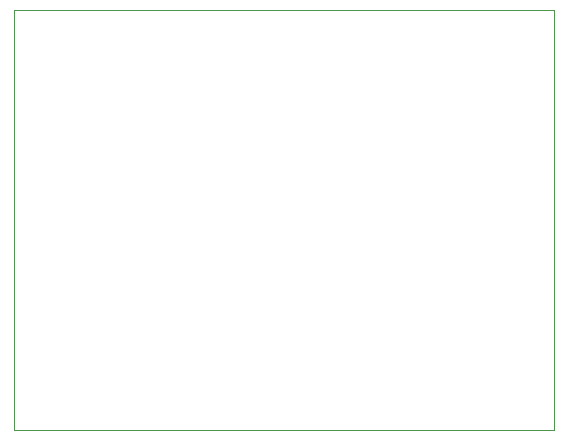
<source format=gbr>
G04 #@! TF.GenerationSoftware,KiCad,Pcbnew,(5.1.6)-1*
G04 #@! TF.CreationDate,2020-07-25T06:59:08+02:00*
G04 #@! TF.ProjectId,kiCad,6b694361-642e-46b6-9963-61645f706362,rev?*
G04 #@! TF.SameCoordinates,Original*
G04 #@! TF.FileFunction,Profile,NP*
%FSLAX46Y46*%
G04 Gerber Fmt 4.6, Leading zero omitted, Abs format (unit mm)*
G04 Created by KiCad (PCBNEW (5.1.6)-1) date 2020-07-25 06:59:08*
%MOMM*%
%LPD*%
G01*
G04 APERTURE LIST*
G04 #@! TA.AperFunction,Profile*
%ADD10C,0.050000*%
G04 #@! TD*
G04 APERTURE END LIST*
D10*
X114300000Y-57150000D02*
X114300000Y-92710000D01*
X68580000Y-57150000D02*
X114300000Y-57150000D01*
X68580000Y-92710000D02*
X68580000Y-57150000D01*
X114300000Y-92710000D02*
X68580000Y-92710000D01*
M02*

</source>
